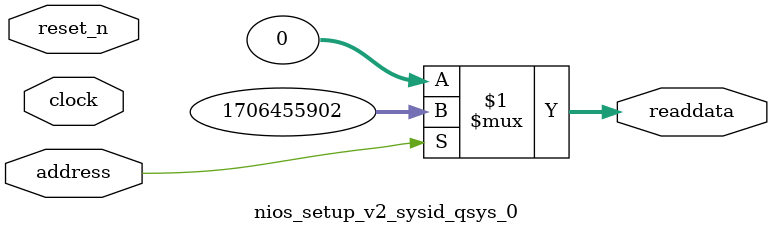
<source format=v>



// synthesis translate_off
`timescale 1ns / 1ps
// synthesis translate_on

// turn off superfluous verilog processor warnings 
// altera message_level Level1 
// altera message_off 10034 10035 10036 10037 10230 10240 10030 

module nios_setup_v2_sysid_qsys_0 (
               // inputs:
                address,
                clock,
                reset_n,

               // outputs:
                readdata
             )
;

  output  [ 31: 0] readdata;
  input            address;
  input            clock;
  input            reset_n;

  wire    [ 31: 0] readdata;
  //control_slave, which is an e_avalon_slave
  assign readdata = address ? 1706455902 : 0;

endmodule



</source>
